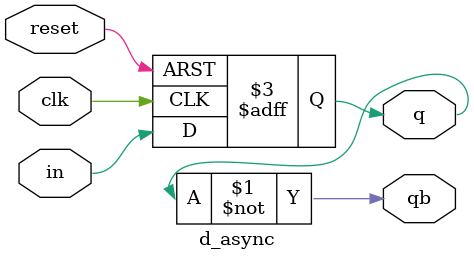
<source format=v>
`timescale 1ns / 1ps

module d_async (
    input  wire in,       // D input
    input  wire clk,      // Clock input
    input  wire reset,    // Asynchronous reset (active high)
    output reg  q,        // Q output
    output wire qb        // Complement of Q
);

// Complement output
assign qb = ~q;

// On rising clock edge or reset
always @(posedge clk or posedge reset) begin
    if (reset)
        q <= 1'b0;        // Asynchronous reset to 0
    else
        q <= in;          // Store input on rising clock edge
end

endmodule

</source>
